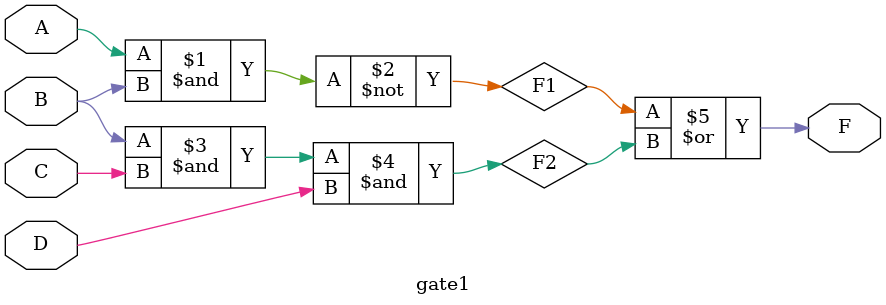
<source format=v>
module gate1(F,A,B,C,D);
input A,B,C,D;
output F;
nand(F1,A,B);
and(F2,B,C,D);
or(F,F1,F2);
endmodule

</source>
